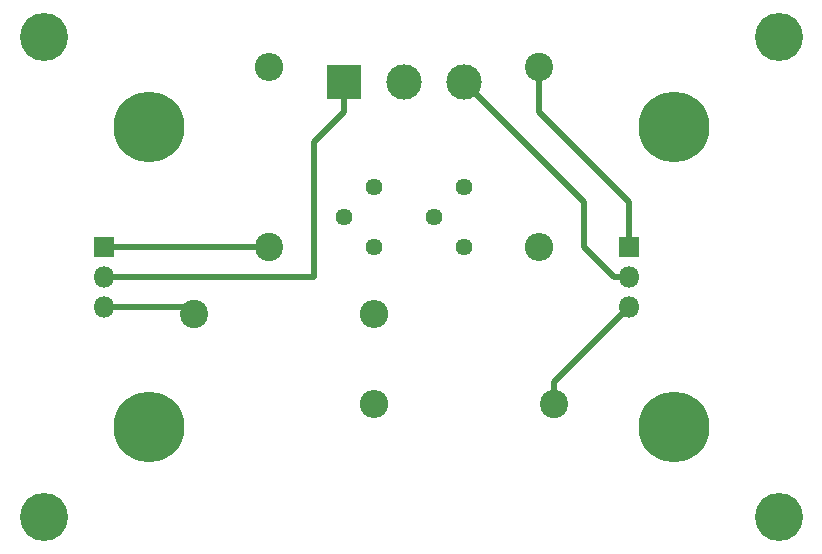
<source format=gbr>
G04 #@! TF.FileFunction,Copper,L2,Bot,Signal*
%FSLAX46Y46*%
G04 Gerber Fmt 4.6, Leading zero omitted, Abs format (unit mm)*
G04 Created by KiCad (PCBNEW 4.0.7) date Tuesday, March 20, 2018 'PMt' 01:52:30 PM*
%MOMM*%
%LPD*%
G01*
G04 APERTURE LIST*
%ADD10C,0.100000*%
%ADD11C,5.999480*%
%ADD12C,1.440000*%
%ADD13R,3.000000X3.000000*%
%ADD14C,3.000000*%
%ADD15R,1.800000X1.800000*%
%ADD16O,1.800000X1.800000*%
%ADD17C,2.400000*%
%ADD18O,2.400000X2.400000*%
%ADD19C,4.064000*%
%ADD20C,0.500000*%
G04 APERTURE END LIST*
D10*
D11*
X124460000Y-100330000D03*
X124460000Y-125730000D03*
D12*
X151130000Y-105410000D03*
X148590000Y-107950000D03*
X151130000Y-110490000D03*
D13*
X140970000Y-96520000D03*
D14*
X146050000Y-96520000D03*
X151130000Y-96520000D03*
D15*
X120650000Y-110490000D03*
D16*
X120650000Y-113030000D03*
X120650000Y-115570000D03*
D15*
X165100000Y-110490000D03*
D16*
X165100000Y-113030000D03*
X165100000Y-115570000D03*
D17*
X134620000Y-110490000D03*
D18*
X134620000Y-95250000D03*
D17*
X128270000Y-116205000D03*
D18*
X143510000Y-116205000D03*
D17*
X157480000Y-95250000D03*
D18*
X157480000Y-110490000D03*
D17*
X158750000Y-123825000D03*
D18*
X143510000Y-123825000D03*
D12*
X143510000Y-105410000D03*
X140970000Y-107950000D03*
X143510000Y-110490000D03*
D19*
X177800000Y-92710000D03*
X115570000Y-92710000D03*
X177800000Y-133350000D03*
X115570000Y-133350000D03*
D11*
X168910000Y-100330000D03*
X168910000Y-125730000D03*
D20*
X120650000Y-113030000D02*
X138430000Y-113030000D01*
X140970000Y-99060000D02*
X140970000Y-96520000D01*
X138430000Y-101600000D02*
X140970000Y-99060000D01*
X138430000Y-113030000D02*
X138430000Y-101600000D01*
X140970000Y-97790000D02*
X140970000Y-96520000D01*
X165100000Y-113030000D02*
X163830000Y-113030000D01*
X161290000Y-106680000D02*
X151130000Y-96520000D01*
X161290000Y-110490000D02*
X161290000Y-106680000D01*
X163830000Y-113030000D02*
X161290000Y-110490000D01*
X120650000Y-110490000D02*
X134620000Y-110490000D01*
X120650000Y-115570000D02*
X127635000Y-115570000D01*
X127635000Y-115570000D02*
X128270000Y-116205000D01*
X165100000Y-110490000D02*
X165100000Y-106680000D01*
X157480000Y-99060000D02*
X157480000Y-95250000D01*
X165100000Y-106680000D02*
X157480000Y-99060000D01*
X158750000Y-123825000D02*
X158750000Y-121920000D01*
X158750000Y-121920000D02*
X165100000Y-115570000D01*
M02*

</source>
